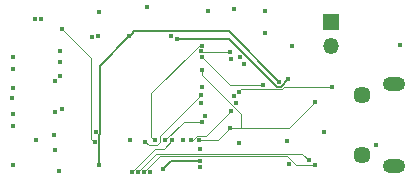
<source format=gbr>
G04 #@! TF.GenerationSoftware,KiCad,Pcbnew,(5.1.2-1)-1*
G04 #@! TF.CreationDate,2020-01-07T18:23:05-05:00*
G04 #@! TF.ProjectId,ARBO Mini,4152424f-204d-4696-9e69-2e6b69636164,rev?*
G04 #@! TF.SameCoordinates,Original*
G04 #@! TF.FileFunction,Copper,L3,Inr*
G04 #@! TF.FilePolarity,Positive*
%FSLAX46Y46*%
G04 Gerber Fmt 4.6, Leading zero omitted, Abs format (unit mm)*
G04 Created by KiCad (PCBNEW (5.1.2-1)-1) date 2020-01-07 18:23:05*
%MOMM*%
%LPD*%
G04 APERTURE LIST*
%ADD10O,1.350000X1.350000*%
%ADD11R,1.350000X1.350000*%
%ADD12O,1.900000X1.200000*%
%ADD13C,1.450000*%
%ADD14C,0.400000*%
%ADD15C,0.100000*%
%ADD16C,0.152400*%
G04 APERTURE END LIST*
D10*
X133096000Y-57245000D03*
D11*
X133096000Y-55245000D03*
D12*
X138430000Y-60462400D03*
X138430000Y-67462400D03*
D13*
X135730000Y-61462400D03*
X135730000Y-66462400D03*
D14*
X127469900Y-56172100D03*
X120523000Y-65265300D03*
X124637800Y-58343800D03*
X138938000Y-57150000D03*
X129392667Y-65276096D03*
X125288716Y-65515404D03*
X124890727Y-61530738D03*
X129794000Y-57302400D03*
X119507040Y-56413400D03*
X121973474Y-67523537D03*
X122631202Y-54275010D03*
X136906000Y-65659000D03*
X125349000Y-58166002D03*
X125272800Y-61163200D03*
X133147710Y-60717790D03*
X116082431Y-65260011D03*
X129565400Y-67284600D03*
X113152437Y-64523222D03*
X113436400Y-67310000D03*
X128698026Y-60291038D03*
X116014500Y-56443411D03*
X117498349Y-53949469D03*
X117723075Y-67970269D03*
X110333823Y-55807577D03*
X113060190Y-65419585D03*
X110135824Y-58631226D03*
X110159800Y-59817000D03*
X109673448Y-60200706D03*
X110270990Y-62597174D03*
X109702600Y-62865000D03*
X109671178Y-64826817D03*
X113461800Y-54423421D03*
X109681990Y-66058270D03*
X110058200Y-67894198D03*
X118888362Y-67710012D03*
X121981324Y-67023587D03*
X131191002Y-66929000D03*
X116723131Y-67962976D03*
X131713523Y-67314345D03*
X117223066Y-67971769D03*
X125679200Y-58826400D03*
X117371674Y-65368316D03*
X122080012Y-61400643D03*
X127508000Y-54300410D03*
X127343579Y-60565621D03*
X122202894Y-58221683D03*
X122123196Y-60718696D03*
X124536200Y-64211200D03*
X124841000Y-54102000D03*
X131724390Y-61976000D03*
X121914557Y-65228145D03*
X122123201Y-59334400D03*
X121980003Y-65965007D03*
X129474833Y-60046273D03*
X120025847Y-56644503D03*
X132486400Y-64541402D03*
X122186700Y-63677800D03*
X119037100Y-65260012D03*
X124543939Y-57787579D03*
X122080012Y-57737006D03*
X121259600Y-65265300D03*
X124637800Y-62763400D03*
X108026200Y-54965600D03*
X112826800Y-56507597D03*
X108534200Y-54965600D03*
X113360200Y-56388000D03*
X122179730Y-57247039D03*
X118148100Y-65260012D03*
X125024149Y-62112988D03*
X122402600Y-63195200D03*
X122080012Y-62059619D03*
X119621300Y-65265300D03*
X116223207Y-67953621D03*
X110159800Y-57658000D03*
X106121200Y-67310000D03*
X108102400Y-65201800D03*
X106121200Y-64084200D03*
X106197400Y-62992000D03*
X106095800Y-61645800D03*
X106121200Y-60833000D03*
X106121200Y-59182000D03*
X106121200Y-58166000D03*
D15*
X125503790Y-60932210D02*
X125272800Y-61163200D01*
X128908805Y-60932210D02*
X125503790Y-60932210D01*
X129123224Y-60717790D02*
X128908805Y-60932210D01*
X133147710Y-60717790D02*
X129123224Y-60717790D01*
D16*
X128698026Y-60291038D02*
X124429889Y-56022901D01*
X116435010Y-56022901D02*
X116214499Y-56243412D01*
X124429889Y-56022901D02*
X116435010Y-56022901D01*
X116214499Y-56243412D02*
X116014500Y-56443411D01*
X113528638Y-58929273D02*
X116014500Y-56443411D01*
X113528638Y-64703799D02*
X113528638Y-58929273D01*
X113436400Y-64796037D02*
X113528638Y-64703799D01*
X113436400Y-67310000D02*
X113436400Y-64796037D01*
D15*
X112802436Y-58276190D02*
X112802436Y-65161831D01*
X112802436Y-65161831D02*
X112860191Y-65219586D01*
X112860191Y-65219586D02*
X113060190Y-65419585D01*
X110333823Y-55807577D02*
X112802436Y-58276190D01*
D16*
X118888362Y-67710012D02*
X119574787Y-67023587D01*
X119574787Y-67023587D02*
X121698482Y-67023587D01*
X121698482Y-67023587D02*
X121981324Y-67023587D01*
D15*
X131191002Y-66929000D02*
X130639732Y-66377730D01*
X130639732Y-66377730D02*
X118308377Y-66377730D01*
X118308377Y-66377730D02*
X116923130Y-67762977D01*
X116923130Y-67762977D02*
X116723131Y-67962976D01*
X117423065Y-67771770D02*
X117223066Y-67971769D01*
X118617094Y-66577741D02*
X117423065Y-67771770D01*
X129376543Y-66577741D02*
X118617094Y-66577741D01*
X131713523Y-67314345D02*
X130113147Y-67314345D01*
X130113147Y-67314345D02*
X129376543Y-66577741D01*
X117371674Y-65368316D02*
X117662365Y-65659007D01*
X121880013Y-61600642D02*
X122080012Y-61400643D01*
X118605300Y-65362682D02*
X118605300Y-64875355D01*
X118308975Y-65659007D02*
X118605300Y-65362682D01*
X118605300Y-64875355D02*
X121880013Y-61600642D01*
X117662365Y-65659007D02*
X118308975Y-65659007D01*
X127343579Y-60565621D02*
X124546832Y-60565621D01*
X124546832Y-60565621D02*
X122202894Y-58221683D01*
X129489190Y-64211200D02*
X131724390Y-61976000D01*
X125450600Y-64211200D02*
X129489190Y-64211200D01*
X124536200Y-64211200D02*
X125450600Y-64211200D01*
X123519255Y-65228145D02*
X121914557Y-65228145D01*
X124536200Y-64211200D02*
X123519255Y-65228145D01*
X125450600Y-64211200D02*
X125450600Y-63068200D01*
X122123201Y-59740801D02*
X122123201Y-59334400D01*
X125450600Y-63068200D02*
X122123201Y-59740801D01*
D16*
X129474833Y-60046273D02*
X128815106Y-60706000D01*
X128524000Y-60706000D02*
X124462503Y-56644503D01*
X128815106Y-60706000D02*
X128524000Y-60706000D01*
X124462503Y-56644503D02*
X124462503Y-56614097D01*
X124462503Y-56644503D02*
X120025847Y-56644503D01*
D15*
X120619312Y-63677800D02*
X122186700Y-63677800D01*
X119037100Y-65260012D02*
X120619312Y-63677800D01*
X124543939Y-57787579D02*
X122130585Y-57787579D01*
X122130585Y-57787579D02*
X122080012Y-57737006D01*
X122523056Y-64878144D02*
X124637800Y-62763400D01*
X121746556Y-64878144D02*
X122523056Y-64878144D01*
X121397500Y-65227200D02*
X121746556Y-64878144D01*
X121259600Y-65227200D02*
X121397500Y-65227200D01*
X122179730Y-57247039D02*
X121896888Y-57247039D01*
X117862707Y-61281220D02*
X117862707Y-64974619D01*
X117862707Y-64974619D02*
X117948101Y-65060013D01*
X121896888Y-57247039D02*
X117862707Y-61281220D01*
X117948101Y-65060013D02*
X118148100Y-65260012D01*
X119621300Y-65265300D02*
X119608600Y-65252600D01*
X119621300Y-65265300D02*
X118932382Y-65954218D01*
X118932382Y-65954218D02*
X118222610Y-65954218D01*
X116423206Y-67753622D02*
X116223207Y-67953621D01*
X118222610Y-65954218D02*
X116423206Y-67753622D01*
M02*

</source>
